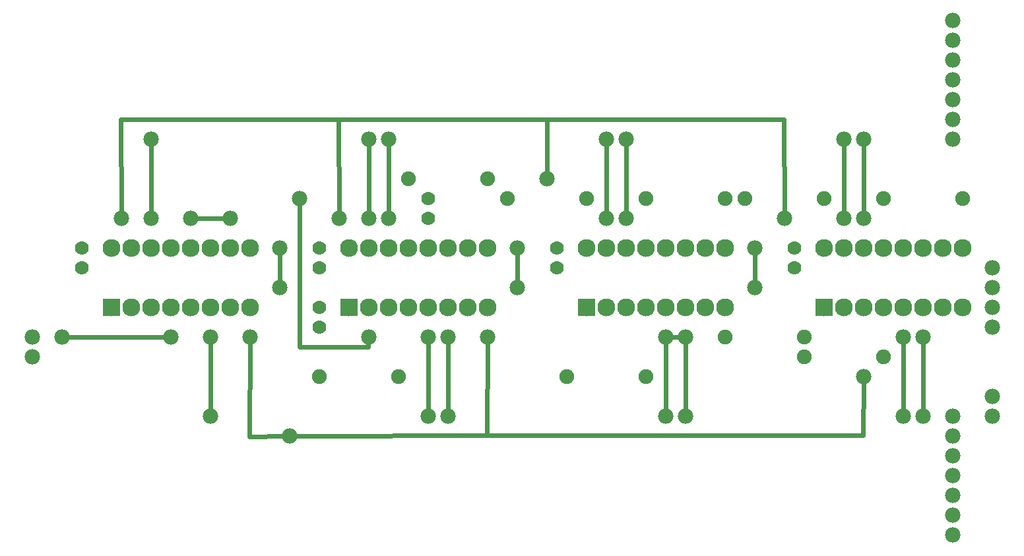
<source format=gtl>
G04 MADE WITH FRITZING*
G04 WWW.FRITZING.ORG*
G04 DOUBLE SIDED*
G04 HOLES PLATED*
G04 CONTOUR ON CENTER OF CONTOUR VECTOR*
%ASAXBY*%
%FSLAX23Y23*%
%MOIN*%
%OFA0B0*%
%SFA1.0B1.0*%
%ADD10C,0.070000*%
%ADD11C,0.075000*%
%ADD12C,0.090551*%
%ADD13C,0.078000*%
%ADD14R,0.090551X0.090551*%
%ADD15C,0.024000*%
%LNCOPPER1*%
G90*
G70*
G54D10*
X2213Y1797D03*
X2213Y1697D03*
X2863Y1547D03*
X2863Y1447D03*
X1663Y1547D03*
X1663Y1447D03*
X4063Y1547D03*
X4063Y1447D03*
X463Y1547D03*
X463Y1447D03*
G54D11*
X1663Y897D03*
X2063Y897D03*
X3313Y1797D03*
X3713Y1797D03*
X2613Y1797D03*
X3013Y1797D03*
X2113Y1897D03*
X2513Y1897D03*
X3813Y1797D03*
X4213Y1797D03*
X4513Y1797D03*
X4913Y1797D03*
X4113Y997D03*
X4513Y997D03*
X3713Y1097D03*
X4113Y1097D03*
X2913Y897D03*
X3313Y897D03*
G54D10*
X1663Y1247D03*
X1663Y1147D03*
G54D12*
X613Y1247D03*
X613Y1547D03*
X713Y1247D03*
X713Y1547D03*
X813Y1247D03*
X813Y1547D03*
X913Y1247D03*
X913Y1547D03*
X1013Y1247D03*
X1013Y1547D03*
X1113Y1247D03*
X1113Y1547D03*
X1213Y1247D03*
X1213Y1547D03*
X1313Y1247D03*
X1313Y1547D03*
X1813Y1247D03*
X1813Y1547D03*
X1913Y1247D03*
X1913Y1547D03*
X2013Y1247D03*
X2013Y1547D03*
X2113Y1247D03*
X2113Y1547D03*
X2213Y1247D03*
X2213Y1547D03*
X2313Y1247D03*
X2313Y1547D03*
X2413Y1247D03*
X2413Y1547D03*
X2513Y1247D03*
X2513Y1547D03*
X3013Y1247D03*
X3013Y1547D03*
X3113Y1247D03*
X3113Y1547D03*
X3213Y1247D03*
X3213Y1547D03*
X3313Y1247D03*
X3313Y1547D03*
X3413Y1247D03*
X3413Y1547D03*
X3513Y1247D03*
X3513Y1547D03*
X3613Y1247D03*
X3613Y1547D03*
X3713Y1247D03*
X3713Y1547D03*
X4213Y1247D03*
X4213Y1547D03*
X4313Y1247D03*
X4313Y1547D03*
X4413Y1247D03*
X4413Y1547D03*
X4513Y1247D03*
X4513Y1547D03*
X4613Y1247D03*
X4613Y1547D03*
X4713Y1247D03*
X4713Y1547D03*
X4813Y1247D03*
X4813Y1547D03*
X4913Y1247D03*
X4913Y1547D03*
G54D13*
X1563Y1797D03*
X1563Y1797D03*
X1913Y1097D03*
X1913Y1097D03*
X3863Y1547D03*
X3863Y1547D03*
X3863Y1347D03*
X3863Y1347D03*
X1463Y1347D03*
X1463Y1347D03*
X1463Y1547D03*
X1463Y1547D03*
X2663Y1547D03*
X2663Y1547D03*
X2663Y1347D03*
X2663Y1347D03*
X4863Y97D03*
X4863Y197D03*
X4863Y297D03*
X4863Y397D03*
X4863Y497D03*
X4863Y597D03*
X4863Y697D03*
X4863Y97D03*
X4863Y197D03*
X4863Y297D03*
X4863Y397D03*
X4863Y497D03*
X4863Y597D03*
X4863Y697D03*
X4863Y2697D03*
X4863Y2597D03*
X4863Y2497D03*
X4863Y2397D03*
X4863Y2297D03*
X4863Y2197D03*
X4863Y2097D03*
X4863Y2697D03*
X4863Y2597D03*
X4863Y2497D03*
X4863Y2397D03*
X4863Y2297D03*
X4863Y2197D03*
X4863Y2097D03*
X2213Y1097D03*
X2313Y1097D03*
X2213Y1097D03*
X2313Y1097D03*
X3413Y697D03*
X3513Y697D03*
X3413Y697D03*
X3513Y697D03*
X4613Y1097D03*
X4713Y1097D03*
X4613Y1097D03*
X4713Y1097D03*
X4613Y697D03*
X4713Y697D03*
X4613Y697D03*
X4713Y697D03*
X2213Y697D03*
X2313Y697D03*
X2213Y697D03*
X2313Y697D03*
X3413Y1097D03*
X3513Y1097D03*
X3413Y1097D03*
X3513Y1097D03*
X4313Y1697D03*
X4413Y1697D03*
X4313Y1697D03*
X4413Y1697D03*
X4313Y2097D03*
X4413Y2097D03*
X4313Y2097D03*
X4413Y2097D03*
X3113Y1697D03*
X3213Y1697D03*
X3113Y1697D03*
X3213Y1697D03*
X1913Y2097D03*
X2013Y2097D03*
X1913Y2097D03*
X2013Y2097D03*
X3113Y2097D03*
X3213Y2097D03*
X3113Y2097D03*
X3213Y2097D03*
X1913Y1697D03*
X2013Y1697D03*
X1913Y1697D03*
X2013Y1697D03*
X5063Y797D03*
X5063Y697D03*
X5063Y797D03*
X5063Y697D03*
X213Y1097D03*
X213Y997D03*
X213Y1097D03*
X213Y997D03*
X1113Y1097D03*
X1113Y1097D03*
X1113Y697D03*
X1113Y697D03*
X4013Y1697D03*
X4013Y1697D03*
X2813Y1897D03*
X2813Y1897D03*
X1763Y1697D03*
X1763Y1697D03*
X1513Y597D03*
X1513Y597D03*
X4413Y897D03*
X4413Y897D03*
X1313Y1097D03*
X1313Y1097D03*
X2513Y1097D03*
X2513Y1097D03*
X813Y2097D03*
X813Y2097D03*
X363Y1097D03*
X363Y1097D03*
X1213Y1697D03*
X1213Y1697D03*
X1013Y1697D03*
X1013Y1697D03*
X913Y1097D03*
X913Y1097D03*
X813Y1697D03*
X813Y1697D03*
X5063Y1447D03*
X5063Y1347D03*
X5063Y1247D03*
X5063Y1147D03*
X663Y1697D03*
X663Y1697D03*
G54D14*
X613Y1247D03*
X1813Y1247D03*
X3013Y1247D03*
X4213Y1247D03*
G54D15*
X4411Y600D02*
X4413Y867D01*
D02*
X2512Y600D02*
X4411Y600D01*
D02*
X1311Y596D02*
X1313Y1067D01*
D02*
X1483Y597D02*
X1311Y596D01*
D02*
X2512Y600D02*
X1543Y598D01*
D02*
X2513Y1067D02*
X2512Y600D01*
D02*
X4012Y2198D02*
X4013Y1728D01*
D02*
X2813Y2198D02*
X4012Y2198D01*
D02*
X662Y2198D02*
X663Y1728D01*
D02*
X1762Y2198D02*
X662Y2198D01*
D02*
X1762Y2198D02*
X1763Y1728D01*
D02*
X2813Y2198D02*
X1762Y2198D01*
D02*
X2813Y1928D02*
X2813Y2198D01*
D02*
X1463Y1378D02*
X1463Y1517D01*
D02*
X2663Y1378D02*
X2663Y1517D01*
D02*
X3863Y1378D02*
X3863Y1517D01*
D02*
X1113Y728D02*
X1113Y1067D01*
D02*
X4313Y2067D02*
X4313Y1728D01*
D02*
X4413Y2067D02*
X4413Y1728D01*
D02*
X3213Y2067D02*
X3213Y1728D01*
D02*
X3113Y2067D02*
X3113Y1728D01*
D02*
X2013Y1728D02*
X2013Y2067D01*
D02*
X1913Y1728D02*
X1913Y2067D01*
D02*
X4713Y728D02*
X4713Y1067D01*
D02*
X4613Y728D02*
X4613Y1067D01*
D02*
X3513Y728D02*
X3513Y1067D01*
D02*
X3413Y728D02*
X3413Y1067D01*
D02*
X2313Y1067D02*
X2313Y728D01*
D02*
X2213Y728D02*
X2213Y1067D01*
D02*
X1911Y1048D02*
X1564Y1048D01*
D02*
X1564Y1048D02*
X1563Y1767D01*
D02*
X1912Y1067D02*
X1911Y1048D01*
D02*
X1183Y1697D02*
X1043Y1697D01*
D02*
X883Y1097D02*
X393Y1097D01*
D02*
X813Y1728D02*
X813Y2067D01*
D02*
X3483Y1097D02*
X3443Y1097D01*
G04 End of Copper1*
M02*
</source>
